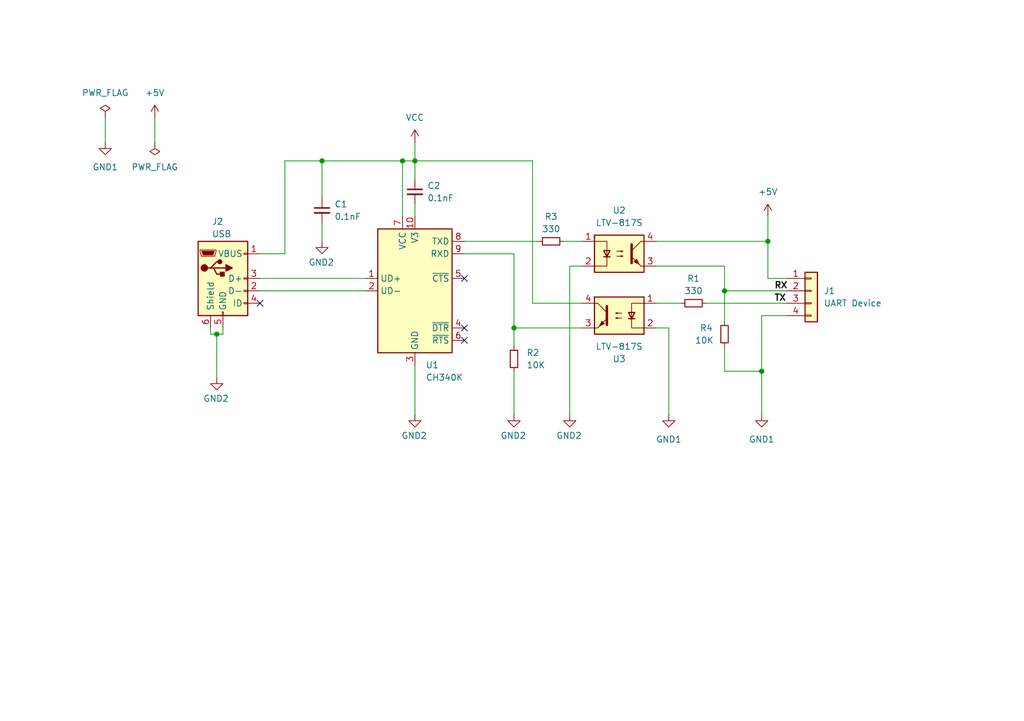
<source format=kicad_sch>
(kicad_sch (version 20231120) (generator "eeschema") (generator_version "8.0")
  (paper "A5")
  (title_block (title "CH340 Optoisolated module") (date "2024-12-30") (company "sergeyyarkov") (comment 1 "LTV-817 enough for 9600 baud rate.") (comment 2 "Use high speed optocoupler like 6N137A for higher transmission speed."))
  (lib_symbols
    (symbol "Connector:USB_B_Micro" (pin_names (offset 1.016))
      (property "Reference" "J" (at -5.08 11.43 0))
      (property "Value" "USB_B_Micro" (at -5.08 8.89 0))
      (symbol "USB_B_Micro_0_1"
        (rectangle (start -5.08 -7.62) (end 5.08 7.62) (stroke (width 0.254)) (fill (type background)))
        (circle (center -3.81 2.159) (radius 0.635) (stroke (width 0.254)) (fill (type outline)))
        (circle (center -0.635 3.429) (radius 0.381) (stroke (width 0.254)) (fill (type outline)))
        (rectangle (start -0.127 -7.62) (end 0.127 -6.858))
        (polyline (pts (xy -1.905 2.159) (xy 0.635 2.159)) (stroke (width 0.254)))
        (polyline (pts (xy -3.175 2.159) (xy -2.54 2.159) (xy -1.27 3.429) (xy -0.635 3.429)) (stroke (width 0.254)))
        (polyline (pts (xy -2.54 2.159) (xy -1.905 2.159) (xy -1.27 0.889) (xy 0 0.889)) (stroke (width 0.254)))
        (polyline (pts (xy 0.635 2.794) (xy 0.635 1.524) (xy 1.905 2.159) (xy 0.635 2.794)) (stroke (width 0.254)) (fill (type outline)))
        (polyline (pts (xy -4.318 5.588) (xy -1.778 5.588) (xy -2.032 4.826) (xy -4.064 4.826) (xy -4.318 5.588)) (fill (type outline)))
        (polyline (pts (xy -4.699 5.842) (xy -4.699 5.588) (xy -4.445 4.826) (xy -4.445 4.572) (xy -1.651 4.572) (xy -1.651 4.826) (xy -1.397 5.588) (xy -1.397 5.842) (xy -4.699 5.842)))
        (rectangle (start 0.254 1.27) (end -0.508 0.508) (stroke (width 0.254)) (fill (type outline)))
        (rectangle (start 5.08 -5.207) (end 4.318 -4.953))
        (rectangle (start 5.08 -2.667) (end 4.318 -2.413))
        (rectangle (start 5.08 -0.127) (end 4.318 0.127))
        (rectangle (start 5.08 4.953) (end 4.318 5.207))
      )
      (symbol "USB_B_Micro_1_1"
        (pin power_out line (at 7.62 5.08 180) (length 2.54) (name "VBUS") (number "1"))
        (pin bidirectional line (at 7.62 -2.54 180) (length 2.54) (name "D-") (number "2"))
        (pin bidirectional line (at 7.62 0 180) (length 2.54) (name "D+") (number "3"))
        (pin passive line (at 7.62 -5.08 180) (length 2.54) (name "ID") (number "4"))
        (pin power_out line (at 0 -10.16 90) (length 2.54) (name "GND") (number "5"))
        (pin passive line (at -2.54 -10.16 90) (length 2.54) (name "Shield") (number "6"))
      )
    )
    (symbol "Connector_Generic:Conn_01x04" (pin_names (offset 1.016) hide)
      (property "Reference" "J" (at 0 5.08 0))
      (property "Value" "Conn_01x04" (at 0 -7.62 0))
      (symbol "Conn_01x04_1_1"
        (rectangle (start -1.27 -4.953) (end 0 -5.207) (stroke (width 0.1524)))
        (rectangle (start -1.27 -2.413) (end 0 -2.667) (stroke (width 0.1524)))
        (rectangle (start -1.27 0.127) (end 0 -0.127) (stroke (width 0.1524)))
        (rectangle (start -1.27 2.667) (end 0 2.413) (stroke (width 0.1524)))
        (rectangle (start -1.27 3.81) (end 1.27 -6.35) (stroke (width 0.254)) (fill (type background)))
        (pin passive line (at -5.08 2.54 0) (length 3.81) (name "Pin_1") (number "1"))
        (pin passive line (at -5.08 0 0) (length 3.81) (name "Pin_2") (number "2"))
        (pin passive line (at -5.08 -2.54 0) (length 3.81) (name "Pin_3") (number "3"))
        (pin passive line (at -5.08 -5.08 0) (length 3.81) (name "Pin_4") (number "4"))
      )
    )
    (symbol "Device:C_Small" (pin_numbers hide) (pin_names (offset 0.254) hide)
      (property "Reference" "C" (at 0.254 1.778 0))
      (property "Value" "C_Small" (at 0.254 -2.032 0))
      (symbol "C_Small_0_1"
        (polyline (pts (xy -1.524 -0.508) (xy 1.524 -0.508)) (stroke (width 0.3302)))
        (polyline (pts (xy -1.524 0.508) (xy 1.524 0.508)) (stroke (width 0.3048)))
      )
      (symbol "C_Small_1_1"
        (pin passive line (at 0 2.54 270) (length 2.032) (name "~") (number "1"))
        (pin passive line (at 0 -2.54 90) (length 2.032) (name "~") (number "2"))
      )
    )
    (symbol "Device:R_Small" (pin_numbers hide) (pin_names (offset 0.254) hide)
      (property "Reference" "R" (at 0.762 0.508 0))
      (property "Value" "R_Small" (at 0.762 -1.016 0))
      (symbol "R_Small_0_1"
        (rectangle (start -0.762 1.778) (end 0.762 -1.778) (stroke (width 0.2032)))
      )
      (symbol "R_Small_1_1"
        (pin passive line (at 0 2.54 270) (length 0.762) (name "~") (number "1"))
        (pin passive line (at 0 -2.54 90) (length 0.762) (name "~") (number "2"))
      )
    )
    (symbol "Interface_USB:CH340K"
      (property "Reference" "U" (at -6.858 13.97 0))
      (property "Value" "CH340K" (at 1.27 13.97 0))
      (symbol "CH340K_0_1"
        (rectangle (start -7.62 12.7) (end 7.62 -12.7) (stroke (width 0.254)) (fill (type background)))
      )
      (symbol "CH340K_1_0"
        (pin passive line (at 0 -15.24 90) (length 2.54) hide (name "GND") (number "11"))
      )
      (symbol "CH340K_1_1"
        (pin bidirectional line (at -10.16 2.54 0) (length 2.54) (name "UD+") (number "1"))
        (pin passive line (at 0 15.24 270) (length 2.54) (name "V3") (number "10"))
        (pin bidirectional line (at -10.16 0 0) (length 2.54) (name "UD-") (number "2"))
        (pin power_in line (at 0 -15.24 90) (length 2.54) (name "GND") (number "3"))
        (pin output line (at 10.16 -7.62 180) (length 2.54) (name "~{DTR}") (number "4"))
        (pin input line (at 10.16 2.54 180) (length 2.54) (name "~{CTS}") (number "5"))
        (pin output line (at 10.16 -10.16 180) (length 2.54) (name "~{RTS}") (number "6"))
        (pin power_in line (at -2.54 15.24 270) (length 2.54) (name "VCC") (number "7"))
        (pin output line (at 10.16 10.16 180) (length 2.54) (name "TXD") (number "8"))
        (pin input line (at 10.16 7.62 180) (length 2.54) (name "RXD") (number "9"))
      )
    )
    (symbol "Isolator:LTV-817S" (pin_names (offset 1.016))
      (property "Reference" "U" (at -3.81 5.08 0))
      (property "Value" "LTV-817S" (at 0 -5.08 0))
      (symbol "LTV-817S_1_1"
        (rectangle (start -5.08 3.81) (end 5.08 -3.81) (stroke (width 0.254)) (fill (type background)))
        (polyline (pts (xy -3.175 -0.635) (xy -1.905 -0.635)) (stroke (width 0.254)))
        (polyline (pts (xy 2.54 0.635) (xy 4.445 2.54)))
        (polyline (pts (xy 4.445 -2.54) (xy 2.54 -0.635)) (fill (type outline)))
        (polyline (pts (xy 4.445 -2.54) (xy 5.08 -2.54)))
        (polyline (pts (xy 4.445 2.54) (xy 5.08 2.54)))
        (polyline (pts (xy -5.08 2.54) (xy -2.54 2.54) (xy -2.54 -0.762)))
        (polyline (pts (xy -2.54 -0.635) (xy -2.54 -2.54) (xy -5.08 -2.54)))
        (polyline (pts (xy 2.54 1.905) (xy 2.54 -1.905) (xy 2.54 -1.905)) (stroke (width 0.508)))
        (polyline (pts (xy -2.54 -0.635) (xy -3.175 0.635) (xy -1.905 0.635) (xy -2.54 -0.635)) (stroke (width 0.254)))
        (polyline (pts (xy -0.508 -0.508) (xy 0.762 -0.508) (xy 0.381 -0.635) (xy 0.381 -0.381) (xy 0.762 -0.508)))
        (polyline (pts (xy -0.508 0.508) (xy 0.762 0.508) (xy 0.381 0.381) (xy 0.381 0.635) (xy 0.762 0.508)))
        (polyline (pts (xy 3.048 -1.651) (xy 3.556 -1.143) (xy 4.064 -2.159) (xy 3.048 -1.651) (xy 3.048 -1.651)) (fill (type outline)))
        (pin passive line (at -7.62 2.54 0) (length 2.54) (name "~") (number "1"))
        (pin passive line (at -7.62 -2.54 0) (length 2.54) (name "~") (number "2"))
        (pin passive line (at 7.62 -2.54 180) (length 2.54) (name "~") (number "3"))
        (pin passive line (at 7.62 2.54 180) (length 2.54) (name "~") (number "4"))
      )
    )
    (symbol "power:+5V" (power) (pin_numbers hide) (pin_names (offset 0) hide)
      (property "Value" "+5V" (at 0 3.556 0))
      (symbol "+5V_0_1"
        (polyline (pts (xy -0.762 1.27) (xy 0 2.54)))
        (polyline (pts (xy 0 0) (xy 0 2.54)))
        (polyline (pts (xy 0 2.54) (xy 0.762 1.27)))
      )
      (symbol "+5V_1_1"
        (pin power_in line (at 0 0 90) (length 0) (name "~") (number "1"))
      )
    )
    (symbol "power:GND1" (power) (pin_numbers hide) (pin_names (offset 0) hide)
      (property "Value" "GND1" (at 0 -3.81 0))
      (symbol "GND1_0_1"
        (polyline (pts (xy 0 0) (xy 0 -1.27) (xy 1.27 -1.27) (xy 0 -2.54) (xy -1.27 -1.27) (xy 0 -1.27)))
      )
      (symbol "GND1_1_1"
        (pin power_in line (at 0 0 270) (length 0) (name "~") (number "1"))
      )
    )
    (symbol "power:GND2" (power) (pin_numbers hide) (pin_names (offset 0) hide)
      (property "Value" "GND2" (at 0 -3.81 0))
      (symbol "GND2_0_1"
        (polyline (pts (xy 0 0) (xy 0 -1.27) (xy 1.27 -1.27) (xy 0 -2.54) (xy -1.27 -1.27) (xy 0 -1.27)))
      )
      (symbol "GND2_1_1"
        (pin power_in line (at 0 0 270) (length 0) (name "~") (number "1"))
      )
    )
    (symbol "power:PWR_FLAG" (power) (pin_numbers hide) (pin_names (offset 0) hide)
      (property "Value" "PWR_FLAG" (at 0 3.81 0))
      (symbol "PWR_FLAG_0_0"
        (pin power_out line (at 0 0 90) (length 0) (name "~") (number "1"))
      )
      (symbol "PWR_FLAG_0_1"
        (polyline (pts (xy 0 0) (xy 0 1.27) (xy -1.016 1.905) (xy 0 2.54) (xy 1.016 1.905) (xy 0 1.27)))
      )
    )
    (symbol "power:VCC" (power) (pin_numbers hide) (pin_names (offset 0) hide)
      (property "Value" "VCC" (at 0 3.556 0))
      (symbol "VCC_0_1"
        (polyline (pts (xy -0.762 1.27) (xy 0 2.54)))
        (polyline (pts (xy 0 0) (xy 0 2.54)))
        (polyline (pts (xy 0 2.54) (xy 0.762 1.27)))
      )
      (symbol "VCC_1_1"
        (pin power_in line (at 0 0 90) (length 0) (name "~") (number "1"))
      )
    )
  )
  (junction (at 105.41 67.31))
  (junction (at 156.21 76.2))
  (junction (at 82.55 33.02))
  (junction (at 44.45 68.58))
  (junction (at 157.48 49.53))
  (junction (at 66.04 33.02))
  (junction (at 85.09 33.02))
  (junction (at 148.59 59.69))
  (no_connect (at 95.25 69.85))
  (no_connect (at 95.25 67.31))
  (no_connect (at 95.25 57.15))
  (no_connect (at 53.34 62.23))
  (wire (pts (xy 116.84 54.61) (xy 119.38 54.61)))
  (wire (pts (xy 157.48 49.53) (xy 157.48 57.15)))
  (wire (pts (xy 156.21 76.2) (xy 156.21 64.77)))
  (wire (pts (xy 95.25 49.53) (xy 110.49 49.53)))
  (wire (pts (xy 109.22 33.02) (xy 85.09 33.02)))
  (wire (pts (xy 134.62 62.23) (xy 139.7 62.23)))
  (wire (pts (xy 116.84 85.09) (xy 116.84 54.61)))
  (wire (pts (xy 66.04 33.02) (xy 58.42 33.02)))
  (wire (pts (xy 66.04 33.02) (xy 66.04 40.64)))
  (wire (pts (xy 45.72 68.58) (xy 45.72 67.31)))
  (wire (pts (xy 85.09 41.91) (xy 85.09 44.45)))
  (wire (pts (xy 85.09 74.93) (xy 85.09 85.09)))
  (wire (pts (xy 156.21 64.77) (xy 161.29 64.77)))
  (wire (pts (xy 58.42 33.02) (xy 58.42 52.07)))
  (wire (pts (xy 105.41 67.31) (xy 105.41 52.07)))
  (wire (pts (xy 156.21 76.2) (xy 156.21 85.09)))
  (wire (pts (xy 119.38 62.23) (xy 109.22 62.23)))
  (wire (pts (xy 105.41 52.07) (xy 95.25 52.07)))
  (wire (pts (xy 157.48 44.45) (xy 157.48 49.53)))
  (wire (pts (xy 137.16 67.31) (xy 134.62 67.31)))
  (wire (pts (xy 85.09 36.83) (xy 85.09 33.02)))
  (wire (pts (xy 115.57 49.53) (xy 119.38 49.53)))
  (wire (pts (xy 43.18 67.31) (xy 43.18 68.58)))
  (wire (pts (xy 148.59 59.69) (xy 161.29 59.69)))
  (wire (pts (xy 105.41 76.2) (xy 105.41 85.09)))
  (wire (pts (xy 157.48 57.15) (xy 161.29 57.15)))
  (wire (pts (xy 148.59 54.61) (xy 148.59 59.69)))
  (wire (pts (xy 66.04 45.72) (xy 66.04 49.53)))
  (wire (pts (xy 82.55 33.02) (xy 82.55 44.45)))
  (wire (pts (xy 85.09 29.21) (xy 85.09 33.02)))
  (wire (pts (xy 109.22 62.23) (xy 109.22 33.02)))
  (wire (pts (xy 31.75 24.13) (xy 31.75 29.21)))
  (wire (pts (xy 137.16 85.09) (xy 137.16 67.31)))
  (wire (pts (xy 105.41 67.31) (xy 119.38 67.31)))
  (wire (pts (xy 134.62 49.53) (xy 157.48 49.53)))
  (wire (pts (xy 134.62 54.61) (xy 148.59 54.61)))
  (wire (pts (xy 148.59 76.2) (xy 156.21 76.2)))
  (wire (pts (xy 105.41 67.31) (xy 105.41 71.12)))
  (wire (pts (xy 53.34 52.07) (xy 58.42 52.07)))
  (wire (pts (xy 148.59 71.12) (xy 148.59 76.2)))
  (wire (pts (xy 148.59 59.69) (xy 148.59 66.04)))
  (wire (pts (xy 53.34 59.69) (xy 74.93 59.69)))
  (wire (pts (xy 44.45 77.47) (xy 44.45 68.58)))
  (wire (pts (xy 66.04 33.02) (xy 82.55 33.02)))
  (wire (pts (xy 44.45 68.58) (xy 43.18 68.58)))
  (wire (pts (xy 44.45 68.58) (xy 45.72 68.58)))
  (wire (pts (xy 53.34 57.15) (xy 74.93 57.15)))
  (wire (pts (xy 85.09 33.02) (xy 82.55 33.02)))
  (wire (pts (xy 21.59 24.13) (xy 21.59 29.21)))
  (wire (pts (xy 144.78 62.23) (xy 161.29 62.23)))
  (label "RX" (at 158.75 59.69 0) (effects (font (thickness 0.254) (bold yes))))
  (label "TX" (at 158.75 62.23 0) (effects (font (thickness 0.254) (bold yes))))
  (symbol (lib_id "power:GND1") (at 137.16 85.09 0) (unit 1)
    (property "Reference" "#PWR07" (effects (hide yes)))
    (property "Value" "GND1" (at 137.16 90.17 0))
    (property "Description" "Power symbol creates a global label with name \"GND1\" , ground" (effects (hide yes)))
  )
  (symbol (lib_id "Interface_USB:CH340K") (at 85.09 59.69 0) (unit 1)
    (property "Reference" "U1" (at 87.2841 74.93 0) (effects (justify left)))
    (property "Value" "CH340K" (at 87.2841 77.47 0) (effects (justify left)))
    (property "Footprint" "Package_SO:SSOP-10-1EP_3.9x4.9mm_P1mm_EP2.1x3.3mm" (effects (hide yes)))
    (property "Datasheet" "https://cdn.sparkfun.com/assets/5/0/a/8/5/CH340DS1.PDF" (effects (hide yes)))
    (property "Description" "USB serial converter, UART, SSOP-10" (effects (hide yes)))
  )
  (symbol (lib_id "power:GND2") (at 44.45 77.47 0) (unit 1)
    (property "Reference" "#PWR02" (effects (hide yes)))
    (property "Value" "GND2" (at 41.656 81.788 0) (effects (justify left)))
    (property "Description" "Power symbol creates a global label with name \"GND2\" , ground" (effects (hide yes)))
  )
  (symbol (lib_id "Device:C_Small") (at 66.04 43.18 0) (unit 1)
    (property "Reference" "C1" (at 68.58 41.9162 0) (effects (justify left)))
    (property "Value" "0.1nF" (at 68.58 44.4562 0) (effects (justify left)))
    (property "Footprint" "Capacitor_SMD:C_0805_2012Metric_Pad1.18x1.45mm_HandSolder" (effects (hide yes)))
    (property "Description" "Unpolarized capacitor, small symbol" (effects (hide yes)))
  )
  (symbol (lib_id "power:GND1") (at 21.59 29.21 0) (unit 1)
    (property "Reference" "#PWR010" (effects (hide yes)))
    (property "Value" "GND1" (at 21.59 34.29 0))
    (property "Description" "Power symbol creates a global label with name \"GND1\" , ground" (effects (hide yes)))
  )
  (symbol (lib_id "Connector:USB_B_Micro") (at 45.72 57.15 0) (unit 1)
    (property "Reference" "J2" (at 43.434 45.466 0) (effects (justify left)))
    (property "Value" "USB" (at 43.434 48.006 0) (effects (justify left)))
    (property "Footprint" "Connector_USB:USB_Micro-B_Molex_47346-0001" (effects (hide yes)))
    (property "Description" "USB Micro Type B connector" (effects (hide yes)))
  )
  (symbol (lib_id "power:GND2") (at 85.09 85.09 0) (unit 1)
    (property "Reference" "#PWR06" (effects (hide yes)))
    (property "Value" "GND2" (at 82.296 89.408 0) (effects (justify left)))
    (property "Description" "Power symbol creates a global label with name \"GND2\" , ground" (effects (hide yes)))
  )
  (symbol (lib_id "Isolator:LTV-817S") (at 127 64.77 0) (mirror y) (unit 1)
    (property "Reference" "U3" (at 127 73.66 0))
    (property "Value" "LTV-817S" (at 127 71.12 0))
    (property "Footprint" "Package_DIP:SMDIP-4_W9.53mm" (effects (hide yes)))
    (property "Datasheet" "http://www.us.liteon.com/downloads/LTV-817-827-847.PDF" (effects (hide yes)))
    (property "Description" "DC Optocoupler, Vce 35V, CTR 50%, SMDIP-4" (effects (hide yes)))
  )
  (symbol (lib_id "Isolator:LTV-817S") (at 127 52.07 0) (unit 1)
    (property "Reference" "U2" (at 127 43.18 0))
    (property "Value" "LTV-817S" (at 127 45.72 0))
    (property "Footprint" "Package_DIP:SMDIP-4_W9.53mm" (effects (hide yes)))
    (property "Datasheet" "http://www.us.liteon.com/downloads/LTV-817-827-847.PDF" (effects (hide yes)))
    (property "Description" "DC Optocoupler, Vce 35V, CTR 50%, SMDIP-4" (effects (hide yes)))
  )
  (symbol (lib_id "Device:C_Small") (at 85.09 39.37 0) (unit 1)
    (property "Reference" "C2" (at 87.63 38.1062 0) (effects (justify left)))
    (property "Value" "0.1nF" (at 87.63 40.6462 0) (effects (justify left)))
    (property "Footprint" "Capacitor_SMD:C_0805_2012Metric_Pad1.18x1.45mm_HandSolder" (effects (hide yes)))
    (property "Description" "Unpolarized capacitor, small symbol" (effects (hide yes)))
  )
  (symbol (lib_id "Connector_Generic:Conn_01x04") (at 166.37 59.69 0) (unit 1)
    (property "Reference" "J1" (at 168.91 59.6899 0) (effects (justify left)))
    (property "Value" "UART Device" (at 168.91 62.2299 0) (effects (justify left)))
    (property "Footprint" "Connector_PinHeader_2.54mm:PinHeader_1x04_P2.54mm_Vertical" (effects (hide yes)))
    (property "Description" "Generic connector, single row, 01x04, script generated (kicad-library-utils/schlib/autogen/connector/)" (effects (hide yes)))
  )
  (symbol (lib_id "power:VCC") (at 85.09 29.21 0) (unit 1)
    (property "Reference" "#PWR03" (effects (hide yes)))
    (property "Value" "VCC" (at 85.09 24.13 0))
    (property "Description" "Power symbol creates a global label with name \"VCC\"" (effects (hide yes)))
  )
  (symbol (lib_id "power:PWR_FLAG") (at 31.75 29.21 180) (unit 1)
    (property "Reference" "#FLG02" (effects (hide yes)))
    (property "Value" "PWR_FLAG" (at 31.75 34.29 0))
    (property "Description" "Special symbol for telling ERC where power comes from" (effects (hide yes)))
  )
  (symbol (lib_id "power:GND2") (at 116.84 85.09 0) (unit 1)
    (property "Reference" "#PWR08" (effects (hide yes)))
    (property "Value" "GND2" (at 114.046 89.408 0) (effects (justify left)))
    (property "Description" "Power symbol creates a global label with name \"GND2\" , ground" (effects (hide yes)))
  )
  (symbol (lib_id "power:GND1") (at 156.21 85.09 0) (unit 1)
    (property "Reference" "#PWR01" (effects (hide yes)))
    (property "Value" "GND1" (at 156.21 90.17 0))
    (property "Description" "Power symbol creates a global label with name \"GND1\" , ground" (effects (hide yes)))
  )
  (symbol (lib_id "Device:R_Small") (at 113.03 49.53 90) (unit 1)
    (property "Reference" "R3" (at 113.03 44.45 90))
    (property "Value" "330" (at 113.03 46.99 90))
    (property "Footprint" "Resistor_SMD:R_0805_2012Metric_Pad1.20x1.40mm_HandSolder" (effects (hide yes)))
    (property "Description" "Resistor, small symbol" (effects (hide yes)))
  )
  (symbol (lib_id "power:GND2") (at 105.41 85.09 0) (unit 1)
    (property "Reference" "#PWR09" (effects (hide yes)))
    (property "Value" "GND2" (at 102.616 89.408 0) (effects (justify left)))
    (property "Description" "Power symbol creates a global label with name \"GND2\" , ground" (effects (hide yes)))
  )
  (symbol (lib_id "power:GND2") (at 66.04 49.53 0) (unit 1)
    (property "Reference" "#PWR05" (effects (hide yes)))
    (property "Value" "GND2" (at 63.246 53.848 0) (effects (justify left)))
    (property "Description" "Power symbol creates a global label with name \"GND2\" , ground" (effects (hide yes)))
  )
  (symbol (lib_id "power:PWR_FLAG") (at 21.59 24.13 0) (unit 1)
    (property "Reference" "#FLG01" (effects (hide yes)))
    (property "Value" "PWR_FLAG" (at 21.59 19.05 0))
    (property "Description" "Special symbol for telling ERC where power comes from" (effects (hide yes)))
  )
  (symbol (lib_id "Device:R_Small") (at 148.59 68.58 180) (unit 1)
    (property "Reference" "R4" (at 143.51 67.31 0) (effects (justify right)))
    (property "Value" "10K" (at 142.494 69.85 0) (effects (justify right)))
    (property "Footprint" "Resistor_SMD:R_0805_2012Metric_Pad1.20x1.40mm_HandSolder" (effects (hide yes)))
    (property "Description" "Resistor, small symbol" (effects (hide yes)))
  )
  (symbol (lib_id "power:+5V") (at 157.48 44.45 0) (unit 1)
    (property "Reference" "#PWR04" (effects (hide yes)))
    (property "Value" "+5V" (at 157.48 39.37 0))
    (property "Description" "Power symbol creates a global label with name \"+5V\"" (effects (hide yes)))
  )
  (symbol (lib_id "Device:R_Small") (at 142.24 62.23 90) (unit 1)
    (property "Reference" "R1" (at 142.24 57.15 90))
    (property "Value" "330" (at 142.24 59.69 90))
    (property "Footprint" "Resistor_SMD:R_0805_2012Metric_Pad1.20x1.40mm_HandSolder" (effects (hide yes)))
    (property "Description" "Resistor, small symbol" (effects (hide yes)))
  )
  (symbol (lib_id "power:+5V") (at 31.75 24.13 0) (unit 1)
    (property "Reference" "#PWR011" (effects (hide yes)))
    (property "Value" "+5V" (at 31.75 19.05 0))
    (property "Description" "Power symbol creates a global label with name \"+5V\"" (effects (hide yes)))
  )
  (symbol (lib_id "Device:R_Small") (at 105.41 73.66 0) (unit 1)
    (property "Reference" "R2" (at 107.95 72.3899 0) (effects (justify left)))
    (property "Value" "10K" (at 107.95 74.9299 0) (effects (justify left)))
    (property "Footprint" "Resistor_SMD:R_0805_2012Metric_Pad1.20x1.40mm_HandSolder" (effects (hide yes)))
    (property "Description" "Resistor, small symbol" (effects (hide yes)))
  )
)
</source>
